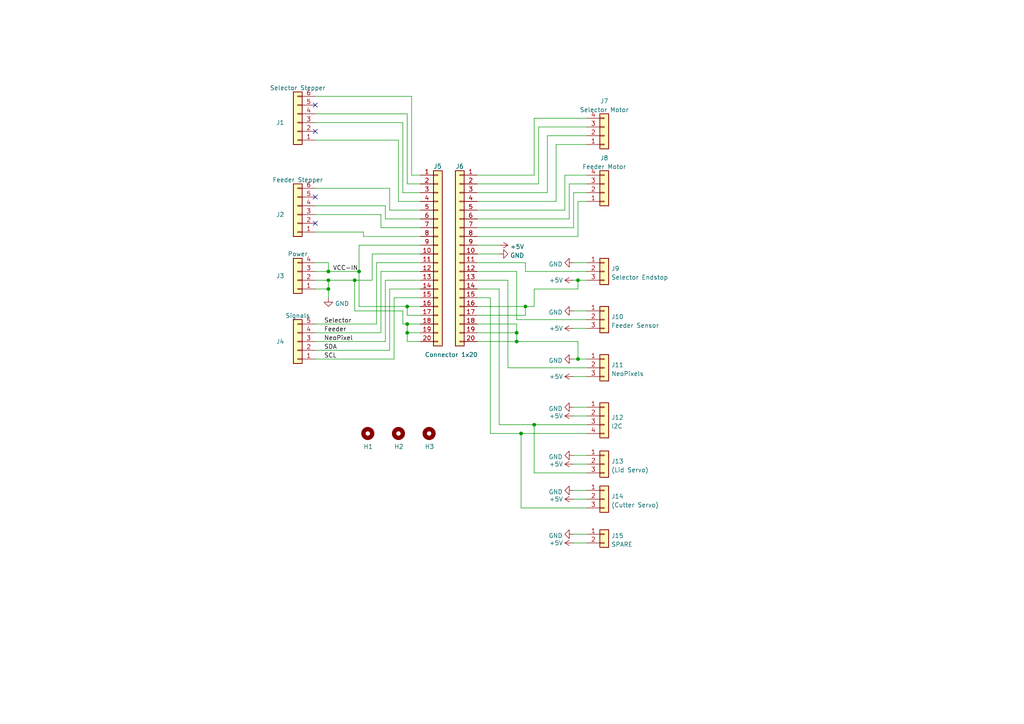
<source format=kicad_sch>
(kicad_sch (version 20211123) (generator eeschema)
  (paper "A4")
  (title_block (title "SMuFF Connector Board") (date "2023-03-26") (rev "1") (company "Technik Gegg"))
  (lib_symbols
    (symbol "Connector_Generic:Conn_01x02" (pin_names (offset 1.016) hide)
      (property "Reference" "J" (at 0 2.54 0))
      (property "Value" "Conn_01x02" (at 0 -5.08 0))
      (symbol "Conn_01x02_1_1"
        (rectangle (start -1.27 -2.413) (end 0 -2.667) (stroke (width 0.1524)))
        (rectangle (start -1.27 0.127) (end 0 -0.127) (stroke (width 0.1524)))
        (rectangle (start -1.27 1.27) (end 1.27 -3.81) (stroke (width 0.254)) (fill (type background)))
        (pin passive line (at -5.08 0 0) (length 3.81) (name "Pin_1") (number "1"))
        (pin passive line (at -5.08 -2.54 0) (length 3.81) (name "Pin_2") (number "2"))
      )
    )
    (symbol "Connector_Generic:Conn_01x03" (pin_names (offset 1.016) hide)
      (property "Reference" "J" (at 0 5.08 0))
      (property "Value" "Conn_01x03" (at 0 -5.08 0))
      (symbol "Conn_01x03_1_1"
        (rectangle (start -1.27 -2.413) (end 0 -2.667) (stroke (width 0.1524)))
        (rectangle (start -1.27 0.127) (end 0 -0.127) (stroke (width 0.1524)))
        (rectangle (start -1.27 2.667) (end 0 2.413) (stroke (width 0.1524)))
        (rectangle (start -1.27 3.81) (end 1.27 -3.81) (stroke (width 0.254)) (fill (type background)))
        (pin passive line (at -5.08 2.54 0) (length 3.81) (name "Pin_1") (number "1"))
        (pin passive line (at -5.08 0 0) (length 3.81) (name "Pin_2") (number "2"))
        (pin passive line (at -5.08 -2.54 0) (length 3.81) (name "Pin_3") (number "3"))
      )
    )
    (symbol "Connector_Generic:Conn_01x04" (pin_names (offset 1.016) hide)
      (property "Reference" "J" (at 0 5.08 0))
      (property "Value" "Conn_01x04" (at 0 -7.62 0))
      (symbol "Conn_01x04_1_1"
        (rectangle (start -1.27 -4.953) (end 0 -5.207) (stroke (width 0.1524)))
        (rectangle (start -1.27 -2.413) (end 0 -2.667) (stroke (width 0.1524)))
        (rectangle (start -1.27 0.127) (end 0 -0.127) (stroke (width 0.1524)))
        (rectangle (start -1.27 2.667) (end 0 2.413) (stroke (width 0.1524)))
        (rectangle (start -1.27 3.81) (end 1.27 -6.35) (stroke (width 0.254)) (fill (type background)))
        (pin passive line (at -5.08 2.54 0) (length 3.81) (name "Pin_1") (number "1"))
        (pin passive line (at -5.08 0 0) (length 3.81) (name "Pin_2") (number "2"))
        (pin passive line (at -5.08 -2.54 0) (length 3.81) (name "Pin_3") (number "3"))
        (pin passive line (at -5.08 -5.08 0) (length 3.81) (name "Pin_4") (number "4"))
      )
    )
    (symbol "Connector_Generic:Conn_01x05" (pin_names (offset 1.016) hide)
      (property "Reference" "J" (at 0 7.62 0))
      (property "Value" "Conn_01x05" (at 0 -7.62 0))
      (symbol "Conn_01x05_1_1"
        (rectangle (start -1.27 -4.953) (end 0 -5.207) (stroke (width 0.1524)))
        (rectangle (start -1.27 -2.413) (end 0 -2.667) (stroke (width 0.1524)))
        (rectangle (start -1.27 0.127) (end 0 -0.127) (stroke (width 0.1524)))
        (rectangle (start -1.27 2.667) (end 0 2.413) (stroke (width 0.1524)))
        (rectangle (start -1.27 5.207) (end 0 4.953) (stroke (width 0.1524)))
        (rectangle (start -1.27 6.35) (end 1.27 -6.35) (stroke (width 0.254)) (fill (type background)))
        (pin passive line (at -5.08 5.08 0) (length 3.81) (name "Pin_1") (number "1"))
        (pin passive line (at -5.08 2.54 0) (length 3.81) (name "Pin_2") (number "2"))
        (pin passive line (at -5.08 0 0) (length 3.81) (name "Pin_3") (number "3"))
        (pin passive line (at -5.08 -2.54 0) (length 3.81) (name "Pin_4") (number "4"))
        (pin passive line (at -5.08 -5.08 0) (length 3.81) (name "Pin_5") (number "5"))
      )
    )
    (symbol "Connector_Generic:Conn_01x06" (pin_names (offset 1.016) hide)
      (property "Reference" "J" (at 0 7.62 0))
      (property "Value" "Conn_01x06" (at 0 -10.16 0))
      (symbol "Conn_01x06_1_1"
        (rectangle (start -1.27 -7.493) (end 0 -7.747) (stroke (width 0.1524)))
        (rectangle (start -1.27 -4.953) (end 0 -5.207) (stroke (width 0.1524)))
        (rectangle (start -1.27 -2.413) (end 0 -2.667) (stroke (width 0.1524)))
        (rectangle (start -1.27 0.127) (end 0 -0.127) (stroke (width 0.1524)))
        (rectangle (start -1.27 2.667) (end 0 2.413) (stroke (width 0.1524)))
        (rectangle (start -1.27 5.207) (end 0 4.953) (stroke (width 0.1524)))
        (rectangle (start -1.27 6.35) (end 1.27 -8.89) (stroke (width 0.254)) (fill (type background)))
        (pin passive line (at -5.08 5.08 0) (length 3.81) (name "Pin_1") (number "1"))
        (pin passive line (at -5.08 2.54 0) (length 3.81) (name "Pin_2") (number "2"))
        (pin passive line (at -5.08 0 0) (length 3.81) (name "Pin_3") (number "3"))
        (pin passive line (at -5.08 -2.54 0) (length 3.81) (name "Pin_4") (number "4"))
        (pin passive line (at -5.08 -5.08 0) (length 3.81) (name "Pin_5") (number "5"))
        (pin passive line (at -5.08 -7.62 0) (length 3.81) (name "Pin_6") (number "6"))
      )
    )
    (symbol "Connector_Generic:Conn_01x20" (pin_names (offset 1.016) hide)
      (property "Reference" "J" (at 0 25.4 0))
      (property "Value" "Conn_01x20" (at 0 -27.94 0))
      (symbol "Conn_01x20_1_1"
        (rectangle (start -1.27 -25.273) (end 0 -25.527) (stroke (width 0.1524)))
        (rectangle (start -1.27 -22.733) (end 0 -22.987) (stroke (width 0.1524)))
        (rectangle (start -1.27 -20.193) (end 0 -20.447) (stroke (width 0.1524)))
        (rectangle (start -1.27 -17.653) (end 0 -17.907) (stroke (width 0.1524)))
        (rectangle (start -1.27 -15.113) (end 0 -15.367) (stroke (width 0.1524)))
        (rectangle (start -1.27 -12.573) (end 0 -12.827) (stroke (width 0.1524)))
        (rectangle (start -1.27 -10.033) (end 0 -10.287) (stroke (width 0.1524)))
        (rectangle (start -1.27 -7.493) (end 0 -7.747) (stroke (width 0.1524)))
        (rectangle (start -1.27 -4.953) (end 0 -5.207) (stroke (width 0.1524)))
        (rectangle (start -1.27 -2.413) (end 0 -2.667) (stroke (width 0.1524)))
        (rectangle (start -1.27 0.127) (end 0 -0.127) (stroke (width 0.1524)))
        (rectangle (start -1.27 2.667) (end 0 2.413) (stroke (width 0.1524)))
        (rectangle (start -1.27 5.207) (end 0 4.953) (stroke (width 0.1524)))
        (rectangle (start -1.27 7.747) (end 0 7.493) (stroke (width 0.1524)))
        (rectangle (start -1.27 10.287) (end 0 10.033) (stroke (width 0.1524)))
        (rectangle (start -1.27 12.827) (end 0 12.573) (stroke (width 0.1524)))
        (rectangle (start -1.27 15.367) (end 0 15.113) (stroke (width 0.1524)))
        (rectangle (start -1.27 17.907) (end 0 17.653) (stroke (width 0.1524)))
        (rectangle (start -1.27 20.447) (end 0 20.193) (stroke (width 0.1524)))
        (rectangle (start -1.27 22.987) (end 0 22.733) (stroke (width 0.1524)))
        (rectangle (start -1.27 24.13) (end 1.27 -26.67) (stroke (width 0.254)) (fill (type background)))
        (pin passive line (at -5.08 22.86 0) (length 3.81) (name "Pin_1") (number "1"))
        (pin passive line (at -5.08 0 0) (length 3.81) (name "Pin_10") (number "10"))
        (pin passive line (at -5.08 -2.54 0) (length 3.81) (name "Pin_11") (number "11"))
        (pin passive line (at -5.08 -5.08 0) (length 3.81) (name "Pin_12") (number "12"))
        (pin passive line (at -5.08 -7.62 0) (length 3.81) (name "Pin_13") (number "13"))
        (pin passive line (at -5.08 -10.16 0) (length 3.81) (name "Pin_14") (number "14"))
        (pin passive line (at -5.08 -12.7 0) (length 3.81) (name "Pin_15") (number "15"))
        (pin passive line (at -5.08 -15.24 0) (length 3.81) (name "Pin_16") (number "16"))
        (pin passive line (at -5.08 -17.78 0) (length 3.81) (name "Pin_17") (number "17"))
        (pin passive line (at -5.08 -20.32 0) (length 3.81) (name "Pin_18") (number "18"))
        (pin passive line (at -5.08 -22.86 0) (length 3.81) (name "Pin_19") (number "19"))
        (pin passive line (at -5.08 20.32 0) (length 3.81) (name "Pin_2") (number "2"))
        (pin passive line (at -5.08 -25.4 0) (length 3.81) (name "Pin_20") (number "20"))
        (pin passive line (at -5.08 17.78 0) (length 3.81) (name "Pin_3") (number "3"))
        (pin passive line (at -5.08 15.24 0) (length 3.81) (name "Pin_4") (number "4"))
        (pin passive line (at -5.08 12.7 0) (length 3.81) (name "Pin_5") (number "5"))
        (pin passive line (at -5.08 10.16 0) (length 3.81) (name "Pin_6") (number "6"))
        (pin passive line (at -5.08 7.62 0) (length 3.81) (name "Pin_7") (number "7"))
        (pin passive line (at -5.08 5.08 0) (length 3.81) (name "Pin_8") (number "8"))
        (pin passive line (at -5.08 2.54 0) (length 3.81) (name "Pin_9") (number "9"))
      )
    )
    (symbol "Mechanical:MountingHole" (pin_names (offset 1.016))
      (property "Reference" "H" (at 0 5.08 0))
      (property "Value" "MountingHole" (at 0 3.175 0))
      (symbol "MountingHole_0_1"
        (circle (center 0 0) (radius 1.27) (stroke (width 1.27)))
      )
    )
    (symbol "power:+5V" (power) (pin_names (offset 0))
      (property "Value" "+5V" (at 0 3.556 0))
      (symbol "+5V_0_1"
        (polyline (pts (xy -0.762 1.27) (xy 0 2.54)))
        (polyline (pts (xy 0 0) (xy 0 2.54)))
        (polyline (pts (xy 0 2.54) (xy 0.762 1.27)))
      )
      (symbol "+5V_1_1"
        (pin power_in line (at 0 0 90) (length 0) hide (name "+5V") (number "1"))
      )
    )
    (symbol "power:GND" (power) (pin_names (offset 0))
      (property "Value" "GND" (at 0 -3.81 0))
      (symbol "GND_0_1"
        (polyline (pts (xy 0 0) (xy 0 -1.27) (xy 1.27 -1.27) (xy 0 -2.54) (xy -1.27 -1.27) (xy 0 -1.27)))
      )
      (symbol "GND_1_1"
        (pin power_in line (at 0 0 270) (length 0) hide (name "GND") (number "1"))
      )
    )
  )
  (junction (at 118.11 96.52))
  (junction (at 95.25 81.28))
  (junction (at 104.14 78.74))
  (junction (at 149.86 96.52))
  (junction (at 118.11 93.98))
  (junction (at 154.94 123.19))
  (junction (at 149.86 99.06))
  (junction (at 95.25 78.74))
  (junction (at 118.11 88.9))
  (junction (at 167.64 81.28))
  (junction (at 152.4 88.9))
  (junction (at 102.87 81.28))
  (junction (at 95.25 83.82))
  (junction (at 167.64 104.14))
  (junction (at 151.13 125.73))
  (no_connect (at 91.44 64.77))
  (no_connect (at 91.44 38.1))
  (no_connect (at 91.44 30.48))
  (no_connect (at 91.44 57.15))
  (wire (pts (xy 116.84 90.17) (xy 102.87 90.17)))
  (wire (pts (xy 113.03 83.82) (xy 121.92 83.82)))
  (wire (pts (xy 111.76 81.28) (xy 111.76 99.06)))
  (wire (pts (xy 102.87 90.17) (xy 102.87 81.28)))
  (wire (pts (xy 95.25 78.74) (xy 104.14 78.74)))
  (wire (pts (xy 91.44 59.69) (xy 111.76 59.69)))
  (wire (pts (xy 119.38 50.8) (xy 121.92 50.8)))
  (wire (pts (xy 111.76 81.28) (xy 121.92 81.28)))
  (wire (pts (xy 91.44 96.52) (xy 110.49 96.52)))
  (wire (pts (xy 138.43 88.9) (xy 152.4 88.9)))
  (wire (pts (xy 107.95 73.66) (xy 107.95 81.28)))
  (wire (pts (xy 121.92 88.9) (xy 118.11 88.9)))
  (wire (pts (xy 109.22 76.2) (xy 109.22 93.98)))
  (wire (pts (xy 118.11 53.34) (xy 118.11 33.02)))
  (wire (pts (xy 154.94 83.82) (xy 167.64 83.82)))
  (wire (pts (xy 147.32 106.68) (xy 170.18 106.68)))
  (wire (pts (xy 121.92 68.58) (xy 105.41 68.58)))
  (wire (pts (xy 109.22 76.2) (xy 121.92 76.2)))
  (wire (pts (xy 138.43 63.5) (xy 165.1 63.5)))
  (wire (pts (xy 119.38 27.94) (xy 119.38 50.8)))
  (wire (pts (xy 110.49 66.04) (xy 121.92 66.04)))
  (wire (pts (xy 91.44 76.2) (xy 95.25 76.2)))
  (wire (pts (xy 138.43 96.52) (xy 149.86 96.52)))
  (wire (pts (xy 156.21 36.83) (xy 156.21 53.34)))
  (wire (pts (xy 152.4 91.44) (xy 152.4 88.9)))
  (wire (pts (xy 116.84 55.88) (xy 121.92 55.88)))
  (wire (pts (xy 110.49 62.23) (xy 110.49 66.04)))
  (wire (pts (xy 144.78 123.19) (xy 144.78 83.82)))
  (wire (pts (xy 163.83 60.96) (xy 138.43 60.96)))
  (wire (pts (xy 104.14 71.12) (xy 121.92 71.12)))
  (wire (pts (xy 91.44 101.6) (xy 113.03 101.6)))
  (wire (pts (xy 154.94 34.29) (xy 170.18 34.29)))
  (wire (pts (xy 166.37 144.78) (xy 170.18 144.78)))
  (wire (pts (xy 105.41 68.58) (xy 105.41 67.31)))
  (wire (pts (xy 167.64 68.58) (xy 167.64 58.42)))
  (wire (pts (xy 152.4 88.9) (xy 154.94 88.9)))
  (wire (pts (xy 138.43 78.74) (xy 149.86 78.74)))
  (wire (pts (xy 138.43 91.44) (xy 152.4 91.44)))
  (wire (pts (xy 166.37 109.22) (xy 170.18 109.22)))
  (wire (pts (xy 116.84 35.56) (xy 116.84 55.88)))
  (wire (pts (xy 151.13 125.73) (xy 170.18 125.73)))
  (wire (pts (xy 166.37 55.88) (xy 166.37 66.04)))
  (wire (pts (xy 109.22 93.98) (xy 91.44 93.98)))
  (wire (pts (xy 114.3 104.14) (xy 91.44 104.14)))
  (wire (pts (xy 95.25 81.28) (xy 91.44 81.28)))
  (wire (pts (xy 102.87 81.28) (xy 107.95 81.28)))
  (wire (pts (xy 91.44 67.31) (xy 105.41 67.31)))
  (wire (pts (xy 166.37 76.2) (xy 170.18 76.2)))
  (wire (pts (xy 166.37 90.17) (xy 170.18 90.17)))
  (wire (pts (xy 170.18 41.91) (xy 161.29 41.91)))
  (wire (pts (xy 91.44 83.82) (xy 95.25 83.82)))
  (wire (pts (xy 170.18 137.16) (xy 154.94 137.16)))
  (wire (pts (xy 165.1 63.5) (xy 165.1 53.34)))
  (wire (pts (xy 166.37 118.11) (xy 170.18 118.11)))
  (wire (pts (xy 138.43 93.98) (xy 149.86 93.98)))
  (wire (pts (xy 166.37 134.62) (xy 170.18 134.62)))
  (wire (pts (xy 111.76 63.5) (xy 121.92 63.5)))
  (wire (pts (xy 154.94 123.19) (xy 144.78 123.19)))
  (wire (pts (xy 158.75 55.88) (xy 158.75 39.37)))
  (wire (pts (xy 142.24 86.36) (xy 142.24 125.73)))
  (wire (pts (xy 138.43 50.8) (xy 154.94 50.8)))
  (wire (pts (xy 116.84 93.98) (xy 116.84 90.17)))
  (wire (pts (xy 167.64 58.42) (xy 170.18 58.42)))
  (wire (pts (xy 95.25 81.28) (xy 102.87 81.28)))
  (wire (pts (xy 170.18 55.88) (xy 166.37 55.88)))
  (wire (pts (xy 118.11 99.06) (xy 118.11 96.52)))
  (wire (pts (xy 121.92 93.98) (xy 118.11 93.98)))
  (wire (pts (xy 166.37 132.08) (xy 170.18 132.08)))
  (wire (pts (xy 149.86 92.71) (xy 149.86 78.74)))
  (wire (pts (xy 138.43 81.28) (xy 147.32 81.28)))
  (wire (pts (xy 167.64 83.82) (xy 167.64 81.28)))
  (wire (pts (xy 138.43 76.2) (xy 152.4 76.2)))
  (wire (pts (xy 167.64 81.28) (xy 170.18 81.28)))
  (wire (pts (xy 138.43 73.66) (xy 144.78 73.66)))
  (wire (pts (xy 147.32 81.28) (xy 147.32 106.68)))
  (wire (pts (xy 95.25 76.2) (xy 95.25 78.74)))
  (wire (pts (xy 111.76 59.69) (xy 111.76 63.5)))
  (wire (pts (xy 154.94 50.8) (xy 154.94 34.29)))
  (wire (pts (xy 121.92 73.66) (xy 107.95 73.66)))
  (wire (pts (xy 114.3 86.36) (xy 121.92 86.36)))
  (wire (pts (xy 138.43 71.12) (xy 144.78 71.12)))
  (wire (pts (xy 156.21 53.34) (xy 138.43 53.34)))
  (wire (pts (xy 115.57 58.42) (xy 115.57 40.64)))
  (wire (pts (xy 161.29 58.42) (xy 138.43 58.42)))
  (wire (pts (xy 118.11 88.9) (xy 104.14 88.9)))
  (wire (pts (xy 121.92 60.96) (xy 113.03 60.96)))
  (wire (pts (xy 121.92 99.06) (xy 118.11 99.06)))
  (wire (pts (xy 166.37 142.24) (xy 170.18 142.24)))
  (wire (pts (xy 165.1 53.34) (xy 170.18 53.34)))
  (wire (pts (xy 91.44 27.94) (xy 119.38 27.94)))
  (wire (pts (xy 166.37 81.28) (xy 167.64 81.28)))
  (wire (pts (xy 167.64 99.06) (xy 167.64 104.14)))
  (wire (pts (xy 170.18 123.19) (xy 154.94 123.19)))
  (wire (pts (xy 138.43 83.82) (xy 144.78 83.82)))
  (wire (pts (xy 121.92 53.34) (xy 118.11 53.34)))
  (wire (pts (xy 166.37 154.94) (xy 170.18 154.94)))
  (wire (pts (xy 104.14 88.9) (xy 104.14 78.74)))
  (wire (pts (xy 158.75 39.37) (xy 170.18 39.37)))
  (wire (pts (xy 149.86 93.98) (xy 149.86 96.52)))
  (wire (pts (xy 138.43 86.36) (xy 142.24 86.36)))
  (wire (pts (xy 121.92 96.52) (xy 118.11 96.52)))
  (wire (pts (xy 163.83 50.8) (xy 163.83 60.96)))
  (wire (pts (xy 95.25 78.74) (xy 91.44 78.74)))
  (wire (pts (xy 118.11 93.98) (xy 116.84 93.98)))
  (wire (pts (xy 118.11 91.44) (xy 118.11 88.9)))
  (wire (pts (xy 138.43 99.06) (xy 149.86 99.06)))
  (wire (pts (xy 138.43 55.88) (xy 158.75 55.88)))
  (wire (pts (xy 166.37 157.48) (xy 170.18 157.48)))
  (wire (pts (xy 95.25 83.82) (xy 95.25 81.28)))
  (wire (pts (xy 149.86 99.06) (xy 167.64 99.06)))
  (wire (pts (xy 95.25 83.82) (xy 95.25 86.36)))
  (wire (pts (xy 166.37 95.25) (xy 170.18 95.25)))
  (wire (pts (xy 166.37 120.65) (xy 170.18 120.65)))
  (wire (pts (xy 104.14 71.12) (xy 104.14 78.74)))
  (wire (pts (xy 91.44 35.56) (xy 116.84 35.56)))
  (wire (pts (xy 166.37 104.14) (xy 167.64 104.14)))
  (wire (pts (xy 111.76 99.06) (xy 91.44 99.06)))
  (wire (pts (xy 138.43 68.58) (xy 167.64 68.58)))
  (wire (pts (xy 121.92 91.44) (xy 118.11 91.44)))
  (wire (pts (xy 115.57 40.64) (xy 91.44 40.64)))
  (wire (pts (xy 167.64 104.14) (xy 170.18 104.14)))
  (wire (pts (xy 154.94 137.16) (xy 154.94 123.19)))
  (wire (pts (xy 142.24 125.73) (xy 151.13 125.73)))
  (wire (pts (xy 149.86 96.52) (xy 149.86 99.06)))
  (wire (pts (xy 114.3 86.36) (xy 114.3 104.14)))
  (wire (pts (xy 113.03 83.82) (xy 113.03 101.6)))
  (wire (pts (xy 170.18 36.83) (xy 156.21 36.83)))
  (wire (pts (xy 118.11 96.52) (xy 118.11 93.98)))
  (wire (pts (xy 91.44 62.23) (xy 110.49 62.23)))
  (wire (pts (xy 154.94 88.9) (xy 154.94 83.82)))
  (wire (pts (xy 91.44 54.61) (xy 113.03 54.61)))
  (wire (pts (xy 170.18 50.8) (xy 163.83 50.8)))
  (wire (pts (xy 121.92 58.42) (xy 115.57 58.42)))
  (wire (pts (xy 170.18 147.32) (xy 151.13 147.32)))
  (wire (pts (xy 110.49 78.74) (xy 121.92 78.74)))
  (wire (pts (xy 170.18 92.71) (xy 149.86 92.71)))
  (wire (pts (xy 161.29 41.91) (xy 161.29 58.42)))
  (wire (pts (xy 151.13 147.32) (xy 151.13 125.73)))
  (wire (pts (xy 152.4 78.74) (xy 152.4 76.2)))
  (wire (pts (xy 118.11 33.02) (xy 91.44 33.02)))
  (wire (pts (xy 170.18 78.74) (xy 152.4 78.74)))
  (wire (pts (xy 113.03 60.96) (xy 113.03 54.61)))
  (wire (pts (xy 110.49 78.74) (xy 110.49 96.52)))
  (wire (pts (xy 166.37 66.04) (xy 138.43 66.04)))
  (label "SCL" (at 93.98 104.14 0))
  (label "Feeder" (at 93.98 96.52 0))
  (label "Selector" (at 93.98 93.98 0))
  (label "NeoPixel" (at 93.98 99.06 0))
  (label "VCC-IN" (at 96.52 78.74 0))
  (label "SDA" (at 93.98 101.6 0))
  (symbol (lib_id "Connector_Generic:Conn_01x05") (at 86.36 99.06 180) (unit 1)
    (property "Reference" "J4" (at 81.28 99.06 0))
    (property "Value" "Signals" (at 86.36 91.5471 0))
    (property "Footprint" "Connector_JST:JST_XH_B5B-XH-A_1x05_P2.50mm_Vertical" (effects hide))
  )
  (symbol (lib_id "Connector_Generic:Conn_01x06") (at 86.36 35.56 180) (unit 1)
    (property "Reference" "J1" (at 81.28 35.56 0))
    (property "Value" "Selector Stepper" (at 86.36 25.5071 0))
    (property "Footprint" "Connector_JST:JST_PH_B6B-PH-K_1x06_P2.00mm_Vertical" (effects hide))
  )
  (symbol (lib_id "Connector_Generic:Conn_01x20") (at 133.35 73.66 0) (mirror y) (unit 1)
    (property "Reference" "J6" (at 133.35 48.26 0))
    (property "Value" "Conn_01x16" (effects hide))
    (property "Footprint" "Connector_PinHeader_1.27mm:PinHeader_1x20_P1.27mm_Vertical" (effects hide))
  )
  (symbol (lib_id "power:GND") (at 166.37 76.2 270) (unit 1)
    (property "Reference" "#PWR05" (effects hide))
    (property "Value" "GND" (at 163.1951 76.6338 90) (effects (justify right)))
  )
  (symbol (lib_id "Connector_Generic:Conn_01x04") (at 175.26 120.65 0) (unit 1)
    (property "Reference" "J12" (at 177.292 121.0853 0) (effects (justify left)))
    (property "Value" "I2C" (at 177.292 123.6222 0) (effects (justify left)))
    (property "Footprint" "Connector_JST:JST_XH_B4B-XH-A_1x04_P2.50mm_Vertical" (effects hide))
  )
  (symbol (lib_id "Connector_Generic:Conn_01x06") (at 86.36 62.23 180) (unit 1)
    (property "Reference" "J2" (at 81.28 62.23 0))
    (property "Value" "Feeder Stepper" (at 86.36 52.1771 0))
    (property "Footprint" "Connector_JST:JST_PH_B6B-PH-K_1x06_P2.00mm_Vertical" (effects hide))
  )
  (symbol (lib_id "power:+5V") (at 166.37 109.22 90) (unit 1)
    (property "Reference" "#PWR010" (effects hide))
    (property "Value" "+5V" (at 161.29 109.22 90))
  )
  (symbol (lib_id "Connector_Generic:Conn_01x04") (at 175.26 55.88 0) (mirror x) (unit 1)
    (property "Reference" "J8" (at 175.26 45.8302 0))
    (property "Value" "Feeder Motor" (at 175.26 48.3671 0))
    (property "Footprint" "Connector_JST:JST_XH_B4B-XH-A_1x04_P2.50mm_Vertical" (effects hide))
  )
  (symbol (lib_id "power:+5V") (at 166.37 95.25 90) (unit 1)
    (property "Reference" "#PWR08" (effects hide))
    (property "Value" "+5V" (at 161.29 95.25 90))
  )
  (symbol (lib_id "Mechanical:MountingHole") (at 106.68 125.73 0) (unit 1)
    (property "Reference" "H1" (at 105.41 129.54 0) (effects (justify left)))
    (property "Value" "MountingHole" (effects hide))
    (property "Footprint" "MountingHole:MountingHole_3mm" (effects hide))
  )
  (symbol (lib_id "power:GND") (at 166.37 132.08 270) (unit 1)
    (property "Reference" "#PWR0102" (effects hide))
    (property "Value" "GND" (at 163.1951 132.5138 90) (effects (justify right)))
  )
  (symbol (lib_id "Connector_Generic:Conn_01x20") (at 127 73.66 0) (unit 1)
    (property "Reference" "J5" (at 125.73 48.26 0) (effects (justify left)))
    (property "Value" "Connector 1x20" (at 123.19 102.87 0) (effects (justify left)))
    (property "Footprint" "Connector_PinHeader_1.27mm:PinHeader_1x20_P1.27mm_Vertical" (effects hide))
  )
  (symbol (lib_id "power:GND") (at 166.37 154.94 270) (unit 1)
    (property "Reference" "#PWR0105" (effects hide))
    (property "Value" "GND" (at 163.1951 155.3738 90) (effects (justify right)))
  )
  (symbol (lib_id "Connector_Generic:Conn_01x03") (at 175.26 134.62 0) (unit 1)
    (property "Reference" "J13" (at 177.292 133.7853 0) (effects (justify left)))
    (property "Value" "(Lid Servo)" (at 177.292 136.3222 0) (effects (justify left)))
    (property "Footprint" "Connector_PinHeader_2.54mm:PinHeader_1x03_P2.54mm_Vertical" (effects hide))
  )
  (symbol (lib_id "power:GND") (at 166.37 142.24 270) (unit 1)
    (property "Reference" "#PWR0103" (effects hide))
    (property "Value" "GND" (at 163.1951 142.6738 90) (effects (justify right)))
  )
  (symbol (lib_id "power:+5V") (at 166.37 144.78 90) (unit 1)
    (property "Reference" "#PWR0104" (effects hide))
    (property "Value" "+5V" (at 161.29 144.78 90))
  )
  (symbol (lib_id "power:+5V") (at 166.37 81.28 90) (unit 1)
    (property "Reference" "#PWR06" (effects hide))
    (property "Value" "+5V" (at 161.29 81.28 90))
  )
  (symbol (lib_id "power:+5V") (at 166.37 120.65 90) (unit 1)
    (property "Reference" "#PWR012" (effects hide))
    (property "Value" "+5V" (at 161.29 120.65 90))
  )
  (symbol (lib_id "Connector_Generic:Conn_01x02") (at 175.26 154.94 0) (unit 1)
    (property "Reference" "J15" (at 177.292 155.3753 0) (effects (justify left)))
    (property "Value" "SPARE" (at 177.292 157.9122 0) (effects (justify left)))
    (property "Footprint" "Connector_JST:JST_XH_B2B-XH-A_1x02_P2.50mm_Vertical" (effects hide))
  )
  (symbol (lib_id "Connector_Generic:Conn_01x03") (at 175.26 92.71 0) (unit 1)
    (property "Reference" "J10" (at 177.292 91.8753 0) (effects (justify left)))
    (property "Value" "Feeder Sensor" (at 177.292 94.4122 0) (effects (justify left)))
    (property "Footprint" "Connector_JST:JST_XH_B3B-XH-A_1x03_P2.50mm_Vertical" (effects hide))
  )
  (symbol (lib_id "Mechanical:MountingHole") (at 124.46 125.73 0) (unit 1)
    (property "Reference" "H3" (at 123.19 129.54 0) (effects (justify left)))
    (property "Value" "MountingHole" (effects hide))
    (property "Footprint" "MountingHole:MountingHole_3mm" (effects hide))
  )
  (symbol (lib_id "Connector_Generic:Conn_01x03") (at 175.26 106.68 0) (unit 1)
    (property "Reference" "J11" (at 177.292 105.8453 0) (effects (justify left)))
    (property "Value" "NeoPixels" (at 177.292 108.3822 0) (effects (justify left)))
    (property "Footprint" "Connector_JST:JST_XH_B3B-XH-A_1x03_P2.50mm_Vertical" (effects hide))
  )
  (symbol (lib_id "power:+5V") (at 166.37 157.48 90) (unit 1)
    (property "Reference" "#PWR0106" (effects hide))
    (property "Value" "+5V" (at 161.29 157.48 90))
  )
  (symbol (lib_id "power:+5V") (at 144.78 71.12 270) (unit 1)
    (property "Reference" "#PWR03" (effects hide))
    (property "Value" "+5V" (at 147.955 71.5538 90) (effects (justify left)))
  )
  (symbol (lib_id "Connector_Generic:Conn_01x04") (at 175.26 39.37 0) (mirror x) (unit 1)
    (property "Reference" "J7" (at 175.26 29.3202 0))
    (property "Value" "Selector Motor" (at 175.26 31.8571 0))
    (property "Footprint" "Connector_JST:JST_XH_B4B-XH-A_1x04_P2.50mm_Vertical" (effects hide))
  )
  (symbol (lib_id "Mechanical:MountingHole") (at 115.57 125.73 0) (unit 1)
    (property "Reference" "H2" (at 114.3 129.54 0) (effects (justify left)))
    (property "Value" "MountingHole" (effects hide))
    (property "Footprint" "MountingHole:MountingHole_3mm" (effects hide))
  )
  (symbol (lib_id "Connector_Generic:Conn_01x03") (at 175.26 78.74 0) (unit 1)
    (property "Reference" "J9" (at 177.292 77.9053 0) (effects (justify left)))
    (property "Value" "Selector Endstop" (at 177.292 80.4422 0) (effects (justify left)))
    (property "Footprint" "Connector_JST:JST_XH_B3B-XH-A_1x03_P2.50mm_Vertical" (effects hide))
  )
  (symbol (lib_id "Connector_Generic:Conn_01x04") (at 86.36 81.28 180) (unit 1)
    (property "Reference" "J3" (at 81.28 80.01 0))
    (property "Value" "Power" (at 86.36 73.66 0))
    (property "Footprint" "Connector_JST:JST_XH_B4B-XH-A_1x04_P2.50mm_Vertical" (effects hide))
  )
  (symbol (lib_id "power:GND") (at 166.37 118.11 270) (unit 1)
    (property "Reference" "#PWR011" (effects hide))
    (property "Value" "GND" (at 163.1951 118.5438 90) (effects (justify right)))
  )
  (symbol (lib_id "power:GND") (at 144.78 73.66 90) (unit 1)
    (property "Reference" "#PWR04" (effects hide))
    (property "Value" "GND" (at 147.955 74.0938 90) (effects (justify right)))
  )
  (symbol (lib_id "power:GND") (at 166.37 90.17 270) (unit 1)
    (property "Reference" "#PWR07" (effects hide))
    (property "Value" "GND" (at 163.1951 90.6038 90) (effects (justify right)))
  )
  (symbol (lib_id "Connector_Generic:Conn_01x03") (at 175.26 144.78 0) (unit 1)
    (property "Reference" "J14" (at 177.292 143.9453 0) (effects (justify left)))
    (property "Value" "(Cutter Servo)" (at 177.292 146.4822 0) (effects (justify left)))
    (property "Footprint" "Connector_PinHeader_2.54mm:PinHeader_1x03_P2.54mm_Vertical" (effects hide))
  )
  (symbol (lib_id "power:+5V") (at 166.37 134.62 90) (unit 1)
    (property "Reference" "#PWR0101" (effects hide))
    (property "Value" "+5V" (at 161.29 134.62 90))
  )
  (symbol (lib_id "power:GND") (at 95.25 86.36 0) (unit 1)
    (property "Reference" "#PWR0107" (effects hide))
    (property "Value" "GND" (at 97.155 88.0638 0) (effects (justify left)))
  )
  (symbol (lib_id "power:GND") (at 166.37 104.14 270) (unit 1)
    (property "Reference" "#PWR09" (effects hide))
    (property "Value" "GND" (at 163.1951 104.5738 90) (effects (justify right)))
  )
)
</source>
